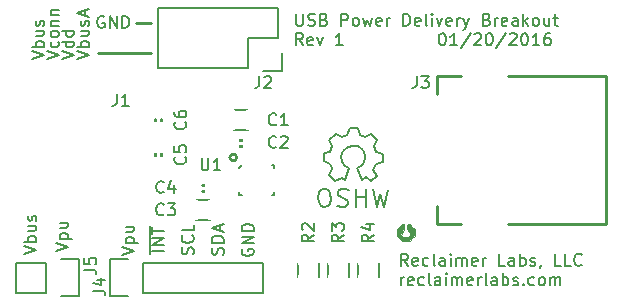
<source format=gto>
G04 #@! TF.FileFunction,Legend,Top*
%FSLAX46Y46*%
G04 Gerber Fmt 4.6, Leading zero omitted, Abs format (unit mm)*
G04 Created by KiCad (PCBNEW 4.0.1-stable) date 1/20/2016 02:09:16*
%MOMM*%
G01*
G04 APERTURE LIST*
%ADD10C,0.254000*%
%ADD11C,0.203200*%
%ADD12C,0.150000*%
%ADD13C,0.100000*%
%ADD14R,1.200000X1.150000*%
%ADD15R,1.100000X1.700000*%
%ADD16R,1.150000X1.200000*%
%ADD17R,2.127200X2.127200*%
%ADD18O,2.127200X2.127200*%
%ADD19R,4.400000X1.400000*%
%ADD20C,2.700000*%
%ADD21R,2.127200X2.432000*%
%ADD22O,2.127200X2.432000*%
%ADD23R,1.700000X1.100000*%
%ADD24R,0.980000X0.700000*%
%ADD25R,0.700000X0.980000*%
%ADD26R,1.850000X1.850000*%
%ADD27R,2.432000X2.432000*%
%ADD28O,2.432000X2.432000*%
%ADD29O,2.300000X1.600000*%
%ADD30O,3.000000X1.700000*%
%ADD31R,1.250000X0.700000*%
%ADD32R,1.250000X0.650000*%
%ADD33O,1.500000X1.950000*%
%ADD34O,1.000000X1.250000*%
%ADD35C,1.000000*%
G04 APERTURE END LIST*
D10*
D11*
X62435619Y-94899238D02*
X63451619Y-94560571D01*
X62435619Y-94221905D01*
X62774286Y-93883238D02*
X63790286Y-93883238D01*
X62822667Y-93883238D02*
X62774286Y-93786476D01*
X62774286Y-93592953D01*
X62822667Y-93496191D01*
X62871048Y-93447810D01*
X62967810Y-93399429D01*
X63258095Y-93399429D01*
X63354857Y-93447810D01*
X63403238Y-93496191D01*
X63451619Y-93592953D01*
X63451619Y-93786476D01*
X63403238Y-93883238D01*
X62774286Y-92528572D02*
X63451619Y-92528572D01*
X62774286Y-92964000D02*
X63306476Y-92964000D01*
X63403238Y-92915619D01*
X63451619Y-92818857D01*
X63451619Y-92673715D01*
X63403238Y-92576953D01*
X63354857Y-92528572D01*
X59768619Y-95153238D02*
X60784619Y-94814571D01*
X59768619Y-94475905D01*
X60784619Y-94137238D02*
X59768619Y-94137238D01*
X60155667Y-94137238D02*
X60107286Y-94040476D01*
X60107286Y-93846953D01*
X60155667Y-93750191D01*
X60204048Y-93701810D01*
X60300810Y-93653429D01*
X60591095Y-93653429D01*
X60687857Y-93701810D01*
X60736238Y-93750191D01*
X60784619Y-93846953D01*
X60784619Y-94040476D01*
X60736238Y-94137238D01*
X60107286Y-92782572D02*
X60784619Y-92782572D01*
X60107286Y-93218000D02*
X60639476Y-93218000D01*
X60736238Y-93169619D01*
X60784619Y-93072857D01*
X60784619Y-92927715D01*
X60736238Y-92830953D01*
X60687857Y-92782572D01*
X60736238Y-92347143D02*
X60784619Y-92250381D01*
X60784619Y-92056857D01*
X60736238Y-91960096D01*
X60639476Y-91911715D01*
X60591095Y-91911715D01*
X60494333Y-91960096D01*
X60445952Y-92056857D01*
X60445952Y-92202000D01*
X60397571Y-92298762D01*
X60300810Y-92347143D01*
X60252429Y-92347143D01*
X60155667Y-92298762D01*
X60107286Y-92202000D01*
X60107286Y-92056857D01*
X60155667Y-91960096D01*
X92262476Y-96166819D02*
X91923810Y-95683010D01*
X91681905Y-96166819D02*
X91681905Y-95150819D01*
X92068952Y-95150819D01*
X92165714Y-95199200D01*
X92214095Y-95247581D01*
X92262476Y-95344343D01*
X92262476Y-95489486D01*
X92214095Y-95586248D01*
X92165714Y-95634629D01*
X92068952Y-95683010D01*
X91681905Y-95683010D01*
X93084952Y-96118438D02*
X92988190Y-96166819D01*
X92794667Y-96166819D01*
X92697905Y-96118438D01*
X92649524Y-96021676D01*
X92649524Y-95634629D01*
X92697905Y-95537867D01*
X92794667Y-95489486D01*
X92988190Y-95489486D01*
X93084952Y-95537867D01*
X93133333Y-95634629D01*
X93133333Y-95731390D01*
X92649524Y-95828152D01*
X94004190Y-96118438D02*
X93907428Y-96166819D01*
X93713905Y-96166819D01*
X93617143Y-96118438D01*
X93568762Y-96070057D01*
X93520381Y-95973295D01*
X93520381Y-95683010D01*
X93568762Y-95586248D01*
X93617143Y-95537867D01*
X93713905Y-95489486D01*
X93907428Y-95489486D01*
X94004190Y-95537867D01*
X94584762Y-96166819D02*
X94488000Y-96118438D01*
X94439619Y-96021676D01*
X94439619Y-95150819D01*
X95407237Y-96166819D02*
X95407237Y-95634629D01*
X95358856Y-95537867D01*
X95262094Y-95489486D01*
X95068571Y-95489486D01*
X94971809Y-95537867D01*
X95407237Y-96118438D02*
X95310475Y-96166819D01*
X95068571Y-96166819D01*
X94971809Y-96118438D01*
X94923428Y-96021676D01*
X94923428Y-95924914D01*
X94971809Y-95828152D01*
X95068571Y-95779771D01*
X95310475Y-95779771D01*
X95407237Y-95731390D01*
X95891047Y-96166819D02*
X95891047Y-95489486D01*
X95891047Y-95150819D02*
X95842666Y-95199200D01*
X95891047Y-95247581D01*
X95939428Y-95199200D01*
X95891047Y-95150819D01*
X95891047Y-95247581D01*
X96374857Y-96166819D02*
X96374857Y-95489486D01*
X96374857Y-95586248D02*
X96423238Y-95537867D01*
X96520000Y-95489486D01*
X96665142Y-95489486D01*
X96761904Y-95537867D01*
X96810285Y-95634629D01*
X96810285Y-96166819D01*
X96810285Y-95634629D02*
X96858666Y-95537867D01*
X96955428Y-95489486D01*
X97100571Y-95489486D01*
X97197333Y-95537867D01*
X97245714Y-95634629D01*
X97245714Y-96166819D01*
X98116571Y-96118438D02*
X98019809Y-96166819D01*
X97826286Y-96166819D01*
X97729524Y-96118438D01*
X97681143Y-96021676D01*
X97681143Y-95634629D01*
X97729524Y-95537867D01*
X97826286Y-95489486D01*
X98019809Y-95489486D01*
X98116571Y-95537867D01*
X98164952Y-95634629D01*
X98164952Y-95731390D01*
X97681143Y-95828152D01*
X98600381Y-96166819D02*
X98600381Y-95489486D01*
X98600381Y-95683010D02*
X98648762Y-95586248D01*
X98697143Y-95537867D01*
X98793905Y-95489486D01*
X98890666Y-95489486D01*
X100487237Y-96166819D02*
X100003428Y-96166819D01*
X100003428Y-95150819D01*
X101261332Y-96166819D02*
X101261332Y-95634629D01*
X101212951Y-95537867D01*
X101116189Y-95489486D01*
X100922666Y-95489486D01*
X100825904Y-95537867D01*
X101261332Y-96118438D02*
X101164570Y-96166819D01*
X100922666Y-96166819D01*
X100825904Y-96118438D01*
X100777523Y-96021676D01*
X100777523Y-95924914D01*
X100825904Y-95828152D01*
X100922666Y-95779771D01*
X101164570Y-95779771D01*
X101261332Y-95731390D01*
X101745142Y-96166819D02*
X101745142Y-95150819D01*
X101745142Y-95537867D02*
X101841904Y-95489486D01*
X102035427Y-95489486D01*
X102132189Y-95537867D01*
X102180570Y-95586248D01*
X102228951Y-95683010D01*
X102228951Y-95973295D01*
X102180570Y-96070057D01*
X102132189Y-96118438D01*
X102035427Y-96166819D01*
X101841904Y-96166819D01*
X101745142Y-96118438D01*
X102615999Y-96118438D02*
X102712761Y-96166819D01*
X102906285Y-96166819D01*
X103003046Y-96118438D01*
X103051427Y-96021676D01*
X103051427Y-95973295D01*
X103003046Y-95876533D01*
X102906285Y-95828152D01*
X102761142Y-95828152D01*
X102664380Y-95779771D01*
X102615999Y-95683010D01*
X102615999Y-95634629D01*
X102664380Y-95537867D01*
X102761142Y-95489486D01*
X102906285Y-95489486D01*
X103003046Y-95537867D01*
X103535237Y-96118438D02*
X103535237Y-96166819D01*
X103486856Y-96263581D01*
X103438475Y-96311962D01*
X105228570Y-96166819D02*
X104744761Y-96166819D01*
X104744761Y-95150819D01*
X106051046Y-96166819D02*
X105567237Y-96166819D01*
X105567237Y-95150819D01*
X106970284Y-96070057D02*
X106921903Y-96118438D01*
X106776760Y-96166819D01*
X106679998Y-96166819D01*
X106534856Y-96118438D01*
X106438094Y-96021676D01*
X106389713Y-95924914D01*
X106341332Y-95731390D01*
X106341332Y-95586248D01*
X106389713Y-95392724D01*
X106438094Y-95295962D01*
X106534856Y-95199200D01*
X106679998Y-95150819D01*
X106776760Y-95150819D01*
X106921903Y-95199200D01*
X106970284Y-95247581D01*
X91681905Y-97792419D02*
X91681905Y-97115086D01*
X91681905Y-97308610D02*
X91730286Y-97211848D01*
X91778667Y-97163467D01*
X91875429Y-97115086D01*
X91972190Y-97115086D01*
X92697904Y-97744038D02*
X92601142Y-97792419D01*
X92407619Y-97792419D01*
X92310857Y-97744038D01*
X92262476Y-97647276D01*
X92262476Y-97260229D01*
X92310857Y-97163467D01*
X92407619Y-97115086D01*
X92601142Y-97115086D01*
X92697904Y-97163467D01*
X92746285Y-97260229D01*
X92746285Y-97356990D01*
X92262476Y-97453752D01*
X93617142Y-97744038D02*
X93520380Y-97792419D01*
X93326857Y-97792419D01*
X93230095Y-97744038D01*
X93181714Y-97695657D01*
X93133333Y-97598895D01*
X93133333Y-97308610D01*
X93181714Y-97211848D01*
X93230095Y-97163467D01*
X93326857Y-97115086D01*
X93520380Y-97115086D01*
X93617142Y-97163467D01*
X94197714Y-97792419D02*
X94100952Y-97744038D01*
X94052571Y-97647276D01*
X94052571Y-96776419D01*
X95020189Y-97792419D02*
X95020189Y-97260229D01*
X94971808Y-97163467D01*
X94875046Y-97115086D01*
X94681523Y-97115086D01*
X94584761Y-97163467D01*
X95020189Y-97744038D02*
X94923427Y-97792419D01*
X94681523Y-97792419D01*
X94584761Y-97744038D01*
X94536380Y-97647276D01*
X94536380Y-97550514D01*
X94584761Y-97453752D01*
X94681523Y-97405371D01*
X94923427Y-97405371D01*
X95020189Y-97356990D01*
X95503999Y-97792419D02*
X95503999Y-97115086D01*
X95503999Y-96776419D02*
X95455618Y-96824800D01*
X95503999Y-96873181D01*
X95552380Y-96824800D01*
X95503999Y-96776419D01*
X95503999Y-96873181D01*
X95987809Y-97792419D02*
X95987809Y-97115086D01*
X95987809Y-97211848D02*
X96036190Y-97163467D01*
X96132952Y-97115086D01*
X96278094Y-97115086D01*
X96374856Y-97163467D01*
X96423237Y-97260229D01*
X96423237Y-97792419D01*
X96423237Y-97260229D02*
X96471618Y-97163467D01*
X96568380Y-97115086D01*
X96713523Y-97115086D01*
X96810285Y-97163467D01*
X96858666Y-97260229D01*
X96858666Y-97792419D01*
X97729523Y-97744038D02*
X97632761Y-97792419D01*
X97439238Y-97792419D01*
X97342476Y-97744038D01*
X97294095Y-97647276D01*
X97294095Y-97260229D01*
X97342476Y-97163467D01*
X97439238Y-97115086D01*
X97632761Y-97115086D01*
X97729523Y-97163467D01*
X97777904Y-97260229D01*
X97777904Y-97356990D01*
X97294095Y-97453752D01*
X98213333Y-97792419D02*
X98213333Y-97115086D01*
X98213333Y-97308610D02*
X98261714Y-97211848D01*
X98310095Y-97163467D01*
X98406857Y-97115086D01*
X98503618Y-97115086D01*
X98987428Y-97792419D02*
X98890666Y-97744038D01*
X98842285Y-97647276D01*
X98842285Y-96776419D01*
X99809903Y-97792419D02*
X99809903Y-97260229D01*
X99761522Y-97163467D01*
X99664760Y-97115086D01*
X99471237Y-97115086D01*
X99374475Y-97163467D01*
X99809903Y-97744038D02*
X99713141Y-97792419D01*
X99471237Y-97792419D01*
X99374475Y-97744038D01*
X99326094Y-97647276D01*
X99326094Y-97550514D01*
X99374475Y-97453752D01*
X99471237Y-97405371D01*
X99713141Y-97405371D01*
X99809903Y-97356990D01*
X100293713Y-97792419D02*
X100293713Y-96776419D01*
X100293713Y-97163467D02*
X100390475Y-97115086D01*
X100583998Y-97115086D01*
X100680760Y-97163467D01*
X100729141Y-97211848D01*
X100777522Y-97308610D01*
X100777522Y-97598895D01*
X100729141Y-97695657D01*
X100680760Y-97744038D01*
X100583998Y-97792419D01*
X100390475Y-97792419D01*
X100293713Y-97744038D01*
X101164570Y-97744038D02*
X101261332Y-97792419D01*
X101454856Y-97792419D01*
X101551617Y-97744038D01*
X101599998Y-97647276D01*
X101599998Y-97598895D01*
X101551617Y-97502133D01*
X101454856Y-97453752D01*
X101309713Y-97453752D01*
X101212951Y-97405371D01*
X101164570Y-97308610D01*
X101164570Y-97260229D01*
X101212951Y-97163467D01*
X101309713Y-97115086D01*
X101454856Y-97115086D01*
X101551617Y-97163467D01*
X102035427Y-97695657D02*
X102083808Y-97744038D01*
X102035427Y-97792419D01*
X101987046Y-97744038D01*
X102035427Y-97695657D01*
X102035427Y-97792419D01*
X102954665Y-97744038D02*
X102857903Y-97792419D01*
X102664380Y-97792419D01*
X102567618Y-97744038D01*
X102519237Y-97695657D01*
X102470856Y-97598895D01*
X102470856Y-97308610D01*
X102519237Y-97211848D01*
X102567618Y-97163467D01*
X102664380Y-97115086D01*
X102857903Y-97115086D01*
X102954665Y-97163467D01*
X103535237Y-97792419D02*
X103438475Y-97744038D01*
X103390094Y-97695657D01*
X103341713Y-97598895D01*
X103341713Y-97308610D01*
X103390094Y-97211848D01*
X103438475Y-97163467D01*
X103535237Y-97115086D01*
X103680379Y-97115086D01*
X103777141Y-97163467D01*
X103825522Y-97211848D01*
X103873903Y-97308610D01*
X103873903Y-97598895D01*
X103825522Y-97695657D01*
X103777141Y-97744038D01*
X103680379Y-97792419D01*
X103535237Y-97792419D01*
X104309332Y-97792419D02*
X104309332Y-97115086D01*
X104309332Y-97211848D02*
X104357713Y-97163467D01*
X104454475Y-97115086D01*
X104599617Y-97115086D01*
X104696379Y-97163467D01*
X104744760Y-97260229D01*
X104744760Y-97792419D01*
X104744760Y-97260229D02*
X104793141Y-97163467D01*
X104889903Y-97115086D01*
X105035046Y-97115086D01*
X105131808Y-97163467D01*
X105180189Y-97260229D01*
X105180189Y-97792419D01*
X82791905Y-74830819D02*
X82791905Y-75653295D01*
X82840286Y-75750057D01*
X82888667Y-75798438D01*
X82985429Y-75846819D01*
X83178952Y-75846819D01*
X83275714Y-75798438D01*
X83324095Y-75750057D01*
X83372476Y-75653295D01*
X83372476Y-74830819D01*
X83807905Y-75798438D02*
X83953048Y-75846819D01*
X84194952Y-75846819D01*
X84291714Y-75798438D01*
X84340095Y-75750057D01*
X84388476Y-75653295D01*
X84388476Y-75556533D01*
X84340095Y-75459771D01*
X84291714Y-75411390D01*
X84194952Y-75363010D01*
X84001429Y-75314629D01*
X83904667Y-75266248D01*
X83856286Y-75217867D01*
X83807905Y-75121105D01*
X83807905Y-75024343D01*
X83856286Y-74927581D01*
X83904667Y-74879200D01*
X84001429Y-74830819D01*
X84243333Y-74830819D01*
X84388476Y-74879200D01*
X85162571Y-75314629D02*
X85307714Y-75363010D01*
X85356095Y-75411390D01*
X85404476Y-75508152D01*
X85404476Y-75653295D01*
X85356095Y-75750057D01*
X85307714Y-75798438D01*
X85210952Y-75846819D01*
X84823905Y-75846819D01*
X84823905Y-74830819D01*
X85162571Y-74830819D01*
X85259333Y-74879200D01*
X85307714Y-74927581D01*
X85356095Y-75024343D01*
X85356095Y-75121105D01*
X85307714Y-75217867D01*
X85259333Y-75266248D01*
X85162571Y-75314629D01*
X84823905Y-75314629D01*
X86614000Y-75846819D02*
X86614000Y-74830819D01*
X87001047Y-74830819D01*
X87097809Y-74879200D01*
X87146190Y-74927581D01*
X87194571Y-75024343D01*
X87194571Y-75169486D01*
X87146190Y-75266248D01*
X87097809Y-75314629D01*
X87001047Y-75363010D01*
X86614000Y-75363010D01*
X87775143Y-75846819D02*
X87678381Y-75798438D01*
X87630000Y-75750057D01*
X87581619Y-75653295D01*
X87581619Y-75363010D01*
X87630000Y-75266248D01*
X87678381Y-75217867D01*
X87775143Y-75169486D01*
X87920285Y-75169486D01*
X88017047Y-75217867D01*
X88065428Y-75266248D01*
X88113809Y-75363010D01*
X88113809Y-75653295D01*
X88065428Y-75750057D01*
X88017047Y-75798438D01*
X87920285Y-75846819D01*
X87775143Y-75846819D01*
X88452476Y-75169486D02*
X88646000Y-75846819D01*
X88839523Y-75363010D01*
X89033047Y-75846819D01*
X89226571Y-75169486D01*
X90000666Y-75798438D02*
X89903904Y-75846819D01*
X89710381Y-75846819D01*
X89613619Y-75798438D01*
X89565238Y-75701676D01*
X89565238Y-75314629D01*
X89613619Y-75217867D01*
X89710381Y-75169486D01*
X89903904Y-75169486D01*
X90000666Y-75217867D01*
X90049047Y-75314629D01*
X90049047Y-75411390D01*
X89565238Y-75508152D01*
X90484476Y-75846819D02*
X90484476Y-75169486D01*
X90484476Y-75363010D02*
X90532857Y-75266248D01*
X90581238Y-75217867D01*
X90678000Y-75169486D01*
X90774761Y-75169486D01*
X91887523Y-75846819D02*
X91887523Y-74830819D01*
X92129428Y-74830819D01*
X92274570Y-74879200D01*
X92371332Y-74975962D01*
X92419713Y-75072724D01*
X92468094Y-75266248D01*
X92468094Y-75411390D01*
X92419713Y-75604914D01*
X92371332Y-75701676D01*
X92274570Y-75798438D01*
X92129428Y-75846819D01*
X91887523Y-75846819D01*
X93290570Y-75798438D02*
X93193808Y-75846819D01*
X93000285Y-75846819D01*
X92903523Y-75798438D01*
X92855142Y-75701676D01*
X92855142Y-75314629D01*
X92903523Y-75217867D01*
X93000285Y-75169486D01*
X93193808Y-75169486D01*
X93290570Y-75217867D01*
X93338951Y-75314629D01*
X93338951Y-75411390D01*
X92855142Y-75508152D01*
X93919523Y-75846819D02*
X93822761Y-75798438D01*
X93774380Y-75701676D01*
X93774380Y-74830819D01*
X94306570Y-75846819D02*
X94306570Y-75169486D01*
X94306570Y-74830819D02*
X94258189Y-74879200D01*
X94306570Y-74927581D01*
X94354951Y-74879200D01*
X94306570Y-74830819D01*
X94306570Y-74927581D01*
X94693618Y-75169486D02*
X94935523Y-75846819D01*
X95177427Y-75169486D01*
X95951522Y-75798438D02*
X95854760Y-75846819D01*
X95661237Y-75846819D01*
X95564475Y-75798438D01*
X95516094Y-75701676D01*
X95516094Y-75314629D01*
X95564475Y-75217867D01*
X95661237Y-75169486D01*
X95854760Y-75169486D01*
X95951522Y-75217867D01*
X95999903Y-75314629D01*
X95999903Y-75411390D01*
X95516094Y-75508152D01*
X96435332Y-75846819D02*
X96435332Y-75169486D01*
X96435332Y-75363010D02*
X96483713Y-75266248D01*
X96532094Y-75217867D01*
X96628856Y-75169486D01*
X96725617Y-75169486D01*
X96967522Y-75169486D02*
X97209427Y-75846819D01*
X97451331Y-75169486D02*
X97209427Y-75846819D01*
X97112665Y-76088724D01*
X97064284Y-76137105D01*
X96967522Y-76185486D01*
X98951140Y-75314629D02*
X99096283Y-75363010D01*
X99144664Y-75411390D01*
X99193045Y-75508152D01*
X99193045Y-75653295D01*
X99144664Y-75750057D01*
X99096283Y-75798438D01*
X98999521Y-75846819D01*
X98612474Y-75846819D01*
X98612474Y-74830819D01*
X98951140Y-74830819D01*
X99047902Y-74879200D01*
X99096283Y-74927581D01*
X99144664Y-75024343D01*
X99144664Y-75121105D01*
X99096283Y-75217867D01*
X99047902Y-75266248D01*
X98951140Y-75314629D01*
X98612474Y-75314629D01*
X99628474Y-75846819D02*
X99628474Y-75169486D01*
X99628474Y-75363010D02*
X99676855Y-75266248D01*
X99725236Y-75217867D01*
X99821998Y-75169486D01*
X99918759Y-75169486D01*
X100644473Y-75798438D02*
X100547711Y-75846819D01*
X100354188Y-75846819D01*
X100257426Y-75798438D01*
X100209045Y-75701676D01*
X100209045Y-75314629D01*
X100257426Y-75217867D01*
X100354188Y-75169486D01*
X100547711Y-75169486D01*
X100644473Y-75217867D01*
X100692854Y-75314629D01*
X100692854Y-75411390D01*
X100209045Y-75508152D01*
X101563711Y-75846819D02*
X101563711Y-75314629D01*
X101515330Y-75217867D01*
X101418568Y-75169486D01*
X101225045Y-75169486D01*
X101128283Y-75217867D01*
X101563711Y-75798438D02*
X101466949Y-75846819D01*
X101225045Y-75846819D01*
X101128283Y-75798438D01*
X101079902Y-75701676D01*
X101079902Y-75604914D01*
X101128283Y-75508152D01*
X101225045Y-75459771D01*
X101466949Y-75459771D01*
X101563711Y-75411390D01*
X102047521Y-75846819D02*
X102047521Y-74830819D01*
X102144283Y-75459771D02*
X102434568Y-75846819D01*
X102434568Y-75169486D02*
X102047521Y-75556533D01*
X103015140Y-75846819D02*
X102918378Y-75798438D01*
X102869997Y-75750057D01*
X102821616Y-75653295D01*
X102821616Y-75363010D01*
X102869997Y-75266248D01*
X102918378Y-75217867D01*
X103015140Y-75169486D01*
X103160282Y-75169486D01*
X103257044Y-75217867D01*
X103305425Y-75266248D01*
X103353806Y-75363010D01*
X103353806Y-75653295D01*
X103305425Y-75750057D01*
X103257044Y-75798438D01*
X103160282Y-75846819D01*
X103015140Y-75846819D01*
X104224663Y-75169486D02*
X104224663Y-75846819D01*
X103789235Y-75169486D02*
X103789235Y-75701676D01*
X103837616Y-75798438D01*
X103934378Y-75846819D01*
X104079520Y-75846819D01*
X104176282Y-75798438D01*
X104224663Y-75750057D01*
X104563330Y-75169486D02*
X104950378Y-75169486D01*
X104708473Y-74830819D02*
X104708473Y-75701676D01*
X104756854Y-75798438D01*
X104853616Y-75846819D01*
X104950378Y-75846819D01*
X83372476Y-77472419D02*
X83033810Y-76988610D01*
X82791905Y-77472419D02*
X82791905Y-76456419D01*
X83178952Y-76456419D01*
X83275714Y-76504800D01*
X83324095Y-76553181D01*
X83372476Y-76649943D01*
X83372476Y-76795086D01*
X83324095Y-76891848D01*
X83275714Y-76940229D01*
X83178952Y-76988610D01*
X82791905Y-76988610D01*
X84194952Y-77424038D02*
X84098190Y-77472419D01*
X83904667Y-77472419D01*
X83807905Y-77424038D01*
X83759524Y-77327276D01*
X83759524Y-76940229D01*
X83807905Y-76843467D01*
X83904667Y-76795086D01*
X84098190Y-76795086D01*
X84194952Y-76843467D01*
X84243333Y-76940229D01*
X84243333Y-77036990D01*
X83759524Y-77133752D01*
X84582000Y-76795086D02*
X84823905Y-77472419D01*
X85065809Y-76795086D01*
X86759142Y-77472419D02*
X86178571Y-77472419D01*
X86468857Y-77472419D02*
X86468857Y-76456419D01*
X86372095Y-76601562D01*
X86275333Y-76698324D01*
X86178571Y-76746705D01*
X95129045Y-76456419D02*
X95225806Y-76456419D01*
X95322568Y-76504800D01*
X95370949Y-76553181D01*
X95419330Y-76649943D01*
X95467711Y-76843467D01*
X95467711Y-77085371D01*
X95419330Y-77278895D01*
X95370949Y-77375657D01*
X95322568Y-77424038D01*
X95225806Y-77472419D01*
X95129045Y-77472419D01*
X95032283Y-77424038D01*
X94983902Y-77375657D01*
X94935521Y-77278895D01*
X94887140Y-77085371D01*
X94887140Y-76843467D01*
X94935521Y-76649943D01*
X94983902Y-76553181D01*
X95032283Y-76504800D01*
X95129045Y-76456419D01*
X96435330Y-77472419D02*
X95854759Y-77472419D01*
X96145045Y-77472419D02*
X96145045Y-76456419D01*
X96048283Y-76601562D01*
X95951521Y-76698324D01*
X95854759Y-76746705D01*
X97596473Y-76408038D02*
X96725616Y-77714324D01*
X97886759Y-76553181D02*
X97935140Y-76504800D01*
X98031902Y-76456419D01*
X98273806Y-76456419D01*
X98370568Y-76504800D01*
X98418949Y-76553181D01*
X98467330Y-76649943D01*
X98467330Y-76746705D01*
X98418949Y-76891848D01*
X97838378Y-77472419D01*
X98467330Y-77472419D01*
X99096283Y-76456419D02*
X99193044Y-76456419D01*
X99289806Y-76504800D01*
X99338187Y-76553181D01*
X99386568Y-76649943D01*
X99434949Y-76843467D01*
X99434949Y-77085371D01*
X99386568Y-77278895D01*
X99338187Y-77375657D01*
X99289806Y-77424038D01*
X99193044Y-77472419D01*
X99096283Y-77472419D01*
X98999521Y-77424038D01*
X98951140Y-77375657D01*
X98902759Y-77278895D01*
X98854378Y-77085371D01*
X98854378Y-76843467D01*
X98902759Y-76649943D01*
X98951140Y-76553181D01*
X98999521Y-76504800D01*
X99096283Y-76456419D01*
X100596092Y-76408038D02*
X99725235Y-77714324D01*
X100886378Y-76553181D02*
X100934759Y-76504800D01*
X101031521Y-76456419D01*
X101273425Y-76456419D01*
X101370187Y-76504800D01*
X101418568Y-76553181D01*
X101466949Y-76649943D01*
X101466949Y-76746705D01*
X101418568Y-76891848D01*
X100837997Y-77472419D01*
X101466949Y-77472419D01*
X102095902Y-76456419D02*
X102192663Y-76456419D01*
X102289425Y-76504800D01*
X102337806Y-76553181D01*
X102386187Y-76649943D01*
X102434568Y-76843467D01*
X102434568Y-77085371D01*
X102386187Y-77278895D01*
X102337806Y-77375657D01*
X102289425Y-77424038D01*
X102192663Y-77472419D01*
X102095902Y-77472419D01*
X101999140Y-77424038D01*
X101950759Y-77375657D01*
X101902378Y-77278895D01*
X101853997Y-77085371D01*
X101853997Y-76843467D01*
X101902378Y-76649943D01*
X101950759Y-76553181D01*
X101999140Y-76504800D01*
X102095902Y-76456419D01*
X103402187Y-77472419D02*
X102821616Y-77472419D01*
X103111902Y-77472419D02*
X103111902Y-76456419D01*
X103015140Y-76601562D01*
X102918378Y-76698324D01*
X102821616Y-76746705D01*
X104273044Y-76456419D02*
X104079521Y-76456419D01*
X103982759Y-76504800D01*
X103934378Y-76553181D01*
X103837616Y-76698324D01*
X103789235Y-76891848D01*
X103789235Y-77278895D01*
X103837616Y-77375657D01*
X103885997Y-77424038D01*
X103982759Y-77472419D01*
X104176282Y-77472419D01*
X104273044Y-77424038D01*
X104321425Y-77375657D01*
X104369806Y-77278895D01*
X104369806Y-77036990D01*
X104321425Y-76940229D01*
X104273044Y-76891848D01*
X104176282Y-76843467D01*
X103982759Y-76843467D01*
X103885997Y-76891848D01*
X103837616Y-76940229D01*
X103789235Y-77036990D01*
D10*
X70485000Y-75565000D02*
X69215000Y-75565000D01*
X70485000Y-78105000D02*
X66040000Y-78105000D01*
D11*
X66535905Y-75057000D02*
X66439143Y-75008619D01*
X66294000Y-75008619D01*
X66148858Y-75057000D01*
X66052096Y-75153762D01*
X66003715Y-75250524D01*
X65955334Y-75444048D01*
X65955334Y-75589190D01*
X66003715Y-75782714D01*
X66052096Y-75879476D01*
X66148858Y-75976238D01*
X66294000Y-76024619D01*
X66390762Y-76024619D01*
X66535905Y-75976238D01*
X66584286Y-75927857D01*
X66584286Y-75589190D01*
X66390762Y-75589190D01*
X67019715Y-76024619D02*
X67019715Y-75008619D01*
X67600286Y-76024619D01*
X67600286Y-75008619D01*
X68084096Y-76024619D02*
X68084096Y-75008619D01*
X68326001Y-75008619D01*
X68471143Y-75057000D01*
X68567905Y-75153762D01*
X68616286Y-75250524D01*
X68664667Y-75444048D01*
X68664667Y-75589190D01*
X68616286Y-75782714D01*
X68567905Y-75879476D01*
X68471143Y-75976238D01*
X68326001Y-76024619D01*
X68084096Y-76024619D01*
X64213619Y-78643238D02*
X65229619Y-78304571D01*
X64213619Y-77965905D01*
X65229619Y-77627238D02*
X64213619Y-77627238D01*
X64600667Y-77627238D02*
X64552286Y-77530476D01*
X64552286Y-77336953D01*
X64600667Y-77240191D01*
X64649048Y-77191810D01*
X64745810Y-77143429D01*
X65036095Y-77143429D01*
X65132857Y-77191810D01*
X65181238Y-77240191D01*
X65229619Y-77336953D01*
X65229619Y-77530476D01*
X65181238Y-77627238D01*
X64552286Y-76272572D02*
X65229619Y-76272572D01*
X64552286Y-76708000D02*
X65084476Y-76708000D01*
X65181238Y-76659619D01*
X65229619Y-76562857D01*
X65229619Y-76417715D01*
X65181238Y-76320953D01*
X65132857Y-76272572D01*
X65181238Y-75837143D02*
X65229619Y-75740381D01*
X65229619Y-75546857D01*
X65181238Y-75450096D01*
X65084476Y-75401715D01*
X65036095Y-75401715D01*
X64939333Y-75450096D01*
X64890952Y-75546857D01*
X64890952Y-75692000D01*
X64842571Y-75788762D01*
X64745810Y-75837143D01*
X64697429Y-75837143D01*
X64600667Y-75788762D01*
X64552286Y-75692000D01*
X64552286Y-75546857D01*
X64600667Y-75450096D01*
X64939333Y-75014667D02*
X64939333Y-74530858D01*
X65229619Y-75111429D02*
X64213619Y-74772762D01*
X65229619Y-74434096D01*
X62943619Y-78643238D02*
X63959619Y-78304571D01*
X62943619Y-77965905D01*
X63959619Y-77191810D02*
X62943619Y-77191810D01*
X63911238Y-77191810D02*
X63959619Y-77288572D01*
X63959619Y-77482095D01*
X63911238Y-77578857D01*
X63862857Y-77627238D01*
X63766095Y-77675619D01*
X63475810Y-77675619D01*
X63379048Y-77627238D01*
X63330667Y-77578857D01*
X63282286Y-77482095D01*
X63282286Y-77288572D01*
X63330667Y-77191810D01*
X63959619Y-76272572D02*
X62943619Y-76272572D01*
X63911238Y-76272572D02*
X63959619Y-76369334D01*
X63959619Y-76562857D01*
X63911238Y-76659619D01*
X63862857Y-76708000D01*
X63766095Y-76756381D01*
X63475810Y-76756381D01*
X63379048Y-76708000D01*
X63330667Y-76659619D01*
X63282286Y-76562857D01*
X63282286Y-76369334D01*
X63330667Y-76272572D01*
X61673619Y-78643238D02*
X62689619Y-78304571D01*
X61673619Y-77965905D01*
X62641238Y-77191810D02*
X62689619Y-77288572D01*
X62689619Y-77482095D01*
X62641238Y-77578857D01*
X62592857Y-77627238D01*
X62496095Y-77675619D01*
X62205810Y-77675619D01*
X62109048Y-77627238D01*
X62060667Y-77578857D01*
X62012286Y-77482095D01*
X62012286Y-77288572D01*
X62060667Y-77191810D01*
X62689619Y-76611238D02*
X62641238Y-76708000D01*
X62592857Y-76756381D01*
X62496095Y-76804762D01*
X62205810Y-76804762D01*
X62109048Y-76756381D01*
X62060667Y-76708000D01*
X62012286Y-76611238D01*
X62012286Y-76466096D01*
X62060667Y-76369334D01*
X62109048Y-76320953D01*
X62205810Y-76272572D01*
X62496095Y-76272572D01*
X62592857Y-76320953D01*
X62641238Y-76369334D01*
X62689619Y-76466096D01*
X62689619Y-76611238D01*
X62012286Y-75837143D02*
X62689619Y-75837143D01*
X62109048Y-75837143D02*
X62060667Y-75788762D01*
X62012286Y-75692000D01*
X62012286Y-75546858D01*
X62060667Y-75450096D01*
X62157429Y-75401715D01*
X62689619Y-75401715D01*
X62012286Y-74917905D02*
X62689619Y-74917905D01*
X62109048Y-74917905D02*
X62060667Y-74869524D01*
X62012286Y-74772762D01*
X62012286Y-74627620D01*
X62060667Y-74530858D01*
X62157429Y-74482477D01*
X62689619Y-74482477D01*
X60403619Y-78643238D02*
X61419619Y-78304571D01*
X60403619Y-77965905D01*
X61419619Y-77627238D02*
X60403619Y-77627238D01*
X60790667Y-77627238D02*
X60742286Y-77530476D01*
X60742286Y-77336953D01*
X60790667Y-77240191D01*
X60839048Y-77191810D01*
X60935810Y-77143429D01*
X61226095Y-77143429D01*
X61322857Y-77191810D01*
X61371238Y-77240191D01*
X61419619Y-77336953D01*
X61419619Y-77530476D01*
X61371238Y-77627238D01*
X60742286Y-76272572D02*
X61419619Y-76272572D01*
X60742286Y-76708000D02*
X61274476Y-76708000D01*
X61371238Y-76659619D01*
X61419619Y-76562857D01*
X61419619Y-76417715D01*
X61371238Y-76320953D01*
X61322857Y-76272572D01*
X61371238Y-75837143D02*
X61419619Y-75740381D01*
X61419619Y-75546857D01*
X61371238Y-75450096D01*
X61274476Y-75401715D01*
X61226095Y-75401715D01*
X61129333Y-75450096D01*
X61080952Y-75546857D01*
X61080952Y-75692000D01*
X61032571Y-75788762D01*
X60935810Y-75837143D01*
X60887429Y-75837143D01*
X60790667Y-75788762D01*
X60742286Y-75692000D01*
X60742286Y-75546857D01*
X60790667Y-75450096D01*
D10*
X77753981Y-86995000D02*
G75*
G03X77753981Y-86995000I-283981J0D01*
G01*
D11*
X78232000Y-94754095D02*
X78183619Y-94850857D01*
X78183619Y-94996000D01*
X78232000Y-95141142D01*
X78328762Y-95237904D01*
X78425524Y-95286285D01*
X78619048Y-95334666D01*
X78764190Y-95334666D01*
X78957714Y-95286285D01*
X79054476Y-95237904D01*
X79151238Y-95141142D01*
X79199619Y-94996000D01*
X79199619Y-94899238D01*
X79151238Y-94754095D01*
X79102857Y-94705714D01*
X78764190Y-94705714D01*
X78764190Y-94899238D01*
X79199619Y-94270285D02*
X78183619Y-94270285D01*
X79199619Y-93689714D01*
X78183619Y-93689714D01*
X79199619Y-93205904D02*
X78183619Y-93205904D01*
X78183619Y-92963999D01*
X78232000Y-92818857D01*
X78328762Y-92722095D01*
X78425524Y-92673714D01*
X78619048Y-92625333D01*
X78764190Y-92625333D01*
X78957714Y-92673714D01*
X79054476Y-92722095D01*
X79151238Y-92818857D01*
X79199619Y-92963999D01*
X79199619Y-93205904D01*
X74071238Y-95189523D02*
X74119619Y-95044380D01*
X74119619Y-94802476D01*
X74071238Y-94705714D01*
X74022857Y-94657333D01*
X73926095Y-94608952D01*
X73829333Y-94608952D01*
X73732571Y-94657333D01*
X73684190Y-94705714D01*
X73635810Y-94802476D01*
X73587429Y-94995999D01*
X73539048Y-95092761D01*
X73490667Y-95141142D01*
X73393905Y-95189523D01*
X73297143Y-95189523D01*
X73200381Y-95141142D01*
X73152000Y-95092761D01*
X73103619Y-94995999D01*
X73103619Y-94754095D01*
X73152000Y-94608952D01*
X74022857Y-93592952D02*
X74071238Y-93641333D01*
X74119619Y-93786476D01*
X74119619Y-93883238D01*
X74071238Y-94028380D01*
X73974476Y-94125142D01*
X73877714Y-94173523D01*
X73684190Y-94221904D01*
X73539048Y-94221904D01*
X73345524Y-94173523D01*
X73248762Y-94125142D01*
X73152000Y-94028380D01*
X73103619Y-93883238D01*
X73103619Y-93786476D01*
X73152000Y-93641333D01*
X73200381Y-93592952D01*
X74119619Y-92673714D02*
X74119619Y-93157523D01*
X73103619Y-93157523D01*
X76611238Y-95213714D02*
X76659619Y-95068571D01*
X76659619Y-94826667D01*
X76611238Y-94729905D01*
X76562857Y-94681524D01*
X76466095Y-94633143D01*
X76369333Y-94633143D01*
X76272571Y-94681524D01*
X76224190Y-94729905D01*
X76175810Y-94826667D01*
X76127429Y-95020190D01*
X76079048Y-95116952D01*
X76030667Y-95165333D01*
X75933905Y-95213714D01*
X75837143Y-95213714D01*
X75740381Y-95165333D01*
X75692000Y-95116952D01*
X75643619Y-95020190D01*
X75643619Y-94778286D01*
X75692000Y-94633143D01*
X76659619Y-94197714D02*
X75643619Y-94197714D01*
X75643619Y-93955809D01*
X75692000Y-93810667D01*
X75788762Y-93713905D01*
X75885524Y-93665524D01*
X76079048Y-93617143D01*
X76224190Y-93617143D01*
X76417714Y-93665524D01*
X76514476Y-93713905D01*
X76611238Y-93810667D01*
X76659619Y-93955809D01*
X76659619Y-94197714D01*
X76369333Y-93230095D02*
X76369333Y-92746286D01*
X76659619Y-93326857D02*
X75643619Y-92988190D01*
X76659619Y-92649524D01*
X71579619Y-94899238D02*
X70563619Y-94899238D01*
X71579619Y-94415428D02*
X70563619Y-94415428D01*
X71579619Y-93834857D01*
X70563619Y-93834857D01*
X70563619Y-93496190D02*
X70563619Y-92915619D01*
X71579619Y-93205904D02*
X70563619Y-93205904D01*
X70388480Y-95141143D02*
X70388480Y-92818857D01*
X68023619Y-95237904D02*
X69039619Y-94899237D01*
X68023619Y-94560571D01*
X68362286Y-94221904D02*
X69378286Y-94221904D01*
X68410667Y-94221904D02*
X68362286Y-94125142D01*
X68362286Y-93931619D01*
X68410667Y-93834857D01*
X68459048Y-93786476D01*
X68555810Y-93738095D01*
X68846095Y-93738095D01*
X68942857Y-93786476D01*
X68991238Y-93834857D01*
X69039619Y-93931619D01*
X69039619Y-94125142D01*
X68991238Y-94221904D01*
X68362286Y-92867238D02*
X69039619Y-92867238D01*
X68362286Y-93302666D02*
X68894476Y-93302666D01*
X68991238Y-93254285D01*
X69039619Y-93157523D01*
X69039619Y-93012381D01*
X68991238Y-92915619D01*
X68942857Y-92867238D01*
D10*
X78232000Y-85471000D02*
X77978000Y-85471000D01*
X78232000Y-85979000D02*
X77978000Y-85979000D01*
D12*
X74330000Y-90565000D02*
X75530000Y-90565000D01*
X75530000Y-92315000D02*
X74330000Y-92315000D01*
D10*
X75057000Y-89281000D02*
X74803000Y-89281000D01*
X75057000Y-89789000D02*
X74803000Y-89789000D01*
X70866000Y-86631780D02*
X70866000Y-86885780D01*
X71374000Y-86631780D02*
X71374000Y-86885780D01*
X71374000Y-83947000D02*
X71374000Y-83693000D01*
X70866000Y-83947000D02*
X70866000Y-83693000D01*
D12*
X78740000Y-79375000D02*
X71120000Y-79375000D01*
X71120000Y-79375000D02*
X71120000Y-74295000D01*
X71120000Y-74295000D02*
X81280000Y-74295000D01*
X81280000Y-74295000D02*
X81280000Y-76835000D01*
X80010000Y-79655000D02*
X81560000Y-79655000D01*
X81280000Y-76835000D02*
X78740000Y-76835000D01*
X78740000Y-76835000D02*
X78740000Y-79375000D01*
X81560000Y-79655000D02*
X81560000Y-78105000D01*
D10*
X94720000Y-91110000D02*
X94720000Y-92610000D01*
X94720000Y-92610000D02*
X96720000Y-92610000D01*
X96720000Y-80110000D02*
X94720000Y-80110000D01*
X94720000Y-80110000D02*
X94720000Y-81610000D01*
X109020000Y-80110000D02*
X100720000Y-80110000D01*
X100720000Y-92610000D02*
X109020000Y-92610000D01*
X109020000Y-80110000D02*
X109020000Y-92610000D01*
D12*
X69850000Y-98425000D02*
X80010000Y-98425000D01*
X80010000Y-98425000D02*
X80010000Y-95885000D01*
X80010000Y-95885000D02*
X69850000Y-95885000D01*
X67030000Y-98705000D02*
X68580000Y-98705000D01*
X69850000Y-98425000D02*
X69850000Y-95885000D01*
X68580000Y-95605000D02*
X67030000Y-95605000D01*
X67030000Y-95605000D02*
X67030000Y-98705000D01*
X84695000Y-95920000D02*
X84695000Y-97120000D01*
X82945000Y-97120000D02*
X82945000Y-95920000D01*
X87235000Y-95920000D02*
X87235000Y-97120000D01*
X85485000Y-97120000D02*
X85485000Y-95920000D01*
X89775000Y-95920000D02*
X89775000Y-97120000D01*
X88025000Y-97120000D02*
X88025000Y-95920000D01*
X77965560Y-87900000D02*
X78215560Y-87650000D01*
X80715560Y-87650000D02*
X80965560Y-87650000D01*
X80965560Y-87650000D02*
X80965560Y-87900000D01*
X78215560Y-90150000D02*
X77965560Y-90150000D01*
X77965560Y-90150000D02*
X77965560Y-89900000D01*
X80715560Y-90150000D02*
X80965560Y-90150000D01*
X80965560Y-90150000D02*
X80965560Y-89900000D01*
X77505000Y-82945000D02*
X78705000Y-82945000D01*
X78705000Y-84695000D02*
X77505000Y-84695000D01*
X64415000Y-95605000D02*
X62865000Y-95605000D01*
X59055000Y-95885000D02*
X61595000Y-95885000D01*
X61595000Y-95885000D02*
X61595000Y-98425000D01*
X62865000Y-98705000D02*
X64415000Y-98705000D01*
X64415000Y-98705000D02*
X64415000Y-95605000D01*
X61595000Y-98425000D02*
X59055000Y-98425000D01*
X59055000Y-98425000D02*
X59055000Y-95885000D01*
X89298780Y-89684860D02*
X89659460Y-91155520D01*
X89659460Y-91155520D02*
X89938860Y-90093800D01*
X89938860Y-90093800D02*
X90248740Y-91165680D01*
X90248740Y-91165680D02*
X90589100Y-89715340D01*
X87878920Y-90375740D02*
X88668860Y-90365580D01*
X88668860Y-90365580D02*
X88679020Y-90375740D01*
X88679020Y-90375740D02*
X88679020Y-90365580D01*
X88719660Y-89654380D02*
X88719660Y-91196160D01*
X87830660Y-89644220D02*
X87830660Y-91213940D01*
X87830660Y-91213940D02*
X87840820Y-91203780D01*
X87279480Y-89745820D02*
X86928960Y-89664540D01*
X86928960Y-89664540D02*
X86608920Y-89654380D01*
X86608920Y-89654380D02*
X86370160Y-89855040D01*
X86370160Y-89855040D02*
X86339680Y-90124280D01*
X86339680Y-90124280D02*
X86580980Y-90365580D01*
X86580980Y-90365580D02*
X86969600Y-90495120D01*
X86969600Y-90495120D02*
X87149940Y-90655140D01*
X87149940Y-90655140D02*
X87190580Y-90954860D01*
X87190580Y-90954860D02*
X86959440Y-91175840D01*
X86959440Y-91175840D02*
X86639400Y-91203780D01*
X86639400Y-91203780D02*
X86288880Y-91094560D01*
X85250020Y-89644220D02*
X85001100Y-89664540D01*
X85001100Y-89664540D02*
X84759800Y-89905840D01*
X84759800Y-89905840D02*
X84670900Y-90396060D01*
X84670900Y-90396060D02*
X84698840Y-90744040D01*
X84698840Y-90744040D02*
X84899500Y-91064080D01*
X84899500Y-91064080D02*
X85150960Y-91186000D01*
X85150960Y-91186000D02*
X85460840Y-91114880D01*
X85460840Y-91114880D02*
X85679280Y-90934540D01*
X85679280Y-90934540D02*
X85750400Y-90474800D01*
X85750400Y-90474800D02*
X85699600Y-90065860D01*
X85699600Y-90065860D02*
X85590380Y-89783920D01*
X85590380Y-89783920D02*
X85229700Y-89654380D01*
X85849460Y-87924640D02*
X85590380Y-88485980D01*
X85590380Y-88485980D02*
X86128860Y-89004140D01*
X86128860Y-89004140D02*
X86649560Y-88734900D01*
X86649560Y-88734900D02*
X86928960Y-88894920D01*
X88369140Y-88874600D02*
X88699340Y-88684100D01*
X88699340Y-88684100D02*
X89138760Y-89014300D01*
X89138760Y-89014300D02*
X89611200Y-88524080D01*
X89611200Y-88524080D02*
X89329260Y-88044020D01*
X89329260Y-88044020D02*
X89519760Y-87574120D01*
X89519760Y-87574120D02*
X90129360Y-87386160D01*
X90129360Y-87386160D02*
X90129360Y-86705440D01*
X90129360Y-86705440D02*
X89570560Y-86565740D01*
X89570560Y-86565740D02*
X89369900Y-85994240D01*
X89369900Y-85994240D02*
X89639140Y-85524340D01*
X89639140Y-85524340D02*
X89169240Y-85013800D01*
X89169240Y-85013800D02*
X88651080Y-85275420D01*
X88651080Y-85275420D02*
X88181180Y-85074760D01*
X88181180Y-85074760D02*
X88011000Y-84533740D01*
X88011000Y-84533740D02*
X87320120Y-84515960D01*
X87320120Y-84515960D02*
X87109300Y-85064600D01*
X87109300Y-85064600D02*
X86690200Y-85234780D01*
X86690200Y-85234780D02*
X86139020Y-84965540D01*
X86139020Y-84965540D02*
X85620860Y-85493860D01*
X85620860Y-85493860D02*
X85869780Y-86034880D01*
X85869780Y-86034880D02*
X85699600Y-86514940D01*
X85699600Y-86514940D02*
X85150960Y-86614000D01*
X85150960Y-86614000D02*
X85140800Y-87315040D01*
X85140800Y-87315040D02*
X85699600Y-87515700D01*
X85699600Y-87515700D02*
X85839300Y-87914480D01*
X87980520Y-87894160D02*
X88280240Y-87744300D01*
X88280240Y-87744300D02*
X88480900Y-87546180D01*
X88480900Y-87546180D02*
X88630760Y-87144860D01*
X88630760Y-87144860D02*
X88630760Y-86746080D01*
X88630760Y-86746080D02*
X88480900Y-86395560D01*
X88480900Y-86395560D02*
X88028780Y-86045040D01*
X88028780Y-86045040D02*
X87579200Y-85994240D01*
X87579200Y-85994240D02*
X87180420Y-86095840D01*
X87180420Y-86095840D02*
X86779100Y-86443820D01*
X86779100Y-86443820D02*
X86629240Y-86895940D01*
X86629240Y-86895940D02*
X86680040Y-87393780D01*
X86680040Y-87393780D02*
X86928960Y-87696040D01*
X86928960Y-87696040D02*
X87279480Y-87894160D01*
X87279480Y-87894160D02*
X86928960Y-88894920D01*
X87980520Y-87894160D02*
X88379300Y-88894920D01*
D13*
G36*
X92840969Y-93628260D02*
X92618950Y-93829530D01*
X92396931Y-94030800D01*
X92079241Y-94030800D01*
X91761550Y-94030800D01*
X91535291Y-93829526D01*
X91309031Y-93628252D01*
X91309031Y-93343544D01*
X91309031Y-93058836D01*
X91535296Y-92859018D01*
X91761562Y-92659200D01*
X91834342Y-92659222D01*
X91907122Y-92659243D01*
X91936292Y-92708167D01*
X91965463Y-92757091D01*
X91965463Y-92890168D01*
X91965463Y-93023245D01*
X91806313Y-93276160D01*
X91647163Y-93529076D01*
X91654508Y-93536147D01*
X91655869Y-93537449D01*
X91658320Y-93539781D01*
X91661794Y-93543082D01*
X91666229Y-93547292D01*
X91671560Y-93552350D01*
X91677723Y-93558196D01*
X91684654Y-93564767D01*
X91692288Y-93572003D01*
X91700562Y-93579844D01*
X91709411Y-93588229D01*
X91718770Y-93597096D01*
X91728577Y-93606385D01*
X91738766Y-93616036D01*
X91749273Y-93625986D01*
X91760034Y-93636176D01*
X91762572Y-93638578D01*
X91863290Y-93733938D01*
X92079366Y-93733938D01*
X92295442Y-93733938D01*
X92390664Y-93643648D01*
X92401276Y-93633586D01*
X92411713Y-93623690D01*
X92421902Y-93614029D01*
X92431774Y-93604670D01*
X92441255Y-93595681D01*
X92450276Y-93587129D01*
X92458766Y-93579081D01*
X92466652Y-93571605D01*
X92473864Y-93564768D01*
X92480331Y-93558638D01*
X92485982Y-93553283D01*
X92490745Y-93548769D01*
X92494549Y-93545164D01*
X92497323Y-93542536D01*
X92498637Y-93541292D01*
X92511388Y-93529225D01*
X92347963Y-93276231D01*
X92184538Y-93023237D01*
X92184538Y-92890183D01*
X92184538Y-92757129D01*
X92218011Y-92708165D01*
X92251484Y-92659200D01*
X92324195Y-92659200D01*
X92396906Y-92659200D01*
X92618938Y-92859025D01*
X92840969Y-93058849D01*
X92840969Y-93343554D01*
X92840969Y-93628260D01*
X92840969Y-93628260D01*
X92840969Y-93628260D01*
G37*
X92840969Y-93628260D02*
X92618950Y-93829530D01*
X92396931Y-94030800D01*
X92079241Y-94030800D01*
X91761550Y-94030800D01*
X91535291Y-93829526D01*
X91309031Y-93628252D01*
X91309031Y-93343544D01*
X91309031Y-93058836D01*
X91535296Y-92859018D01*
X91761562Y-92659200D01*
X91834342Y-92659222D01*
X91907122Y-92659243D01*
X91936292Y-92708167D01*
X91965463Y-92757091D01*
X91965463Y-92890168D01*
X91965463Y-93023245D01*
X91806313Y-93276160D01*
X91647163Y-93529076D01*
X91654508Y-93536147D01*
X91655869Y-93537449D01*
X91658320Y-93539781D01*
X91661794Y-93543082D01*
X91666229Y-93547292D01*
X91671560Y-93552350D01*
X91677723Y-93558196D01*
X91684654Y-93564767D01*
X91692288Y-93572003D01*
X91700562Y-93579844D01*
X91709411Y-93588229D01*
X91718770Y-93597096D01*
X91728577Y-93606385D01*
X91738766Y-93616036D01*
X91749273Y-93625986D01*
X91760034Y-93636176D01*
X91762572Y-93638578D01*
X91863290Y-93733938D01*
X92079366Y-93733938D01*
X92295442Y-93733938D01*
X92390664Y-93643648D01*
X92401276Y-93633586D01*
X92411713Y-93623690D01*
X92421902Y-93614029D01*
X92431774Y-93604670D01*
X92441255Y-93595681D01*
X92450276Y-93587129D01*
X92458766Y-93579081D01*
X92466652Y-93571605D01*
X92473864Y-93564768D01*
X92480331Y-93558638D01*
X92485982Y-93553283D01*
X92490745Y-93548769D01*
X92494549Y-93545164D01*
X92497323Y-93542536D01*
X92498637Y-93541292D01*
X92511388Y-93529225D01*
X92347963Y-93276231D01*
X92184538Y-93023237D01*
X92184538Y-92890183D01*
X92184538Y-92757129D01*
X92218011Y-92708165D01*
X92251484Y-92659200D01*
X92324195Y-92659200D01*
X92396906Y-92659200D01*
X92618938Y-92859025D01*
X92840969Y-93058849D01*
X92840969Y-93343554D01*
X92840969Y-93628260D01*
X92840969Y-93628260D01*
D11*
X81110667Y-86087857D02*
X81062286Y-86136238D01*
X80917143Y-86184619D01*
X80820381Y-86184619D01*
X80675239Y-86136238D01*
X80578477Y-86039476D01*
X80530096Y-85942714D01*
X80481715Y-85749190D01*
X80481715Y-85604048D01*
X80530096Y-85410524D01*
X80578477Y-85313762D01*
X80675239Y-85217000D01*
X80820381Y-85168619D01*
X80917143Y-85168619D01*
X81062286Y-85217000D01*
X81110667Y-85265381D01*
X81497715Y-85265381D02*
X81546096Y-85217000D01*
X81642858Y-85168619D01*
X81884762Y-85168619D01*
X81981524Y-85217000D01*
X82029905Y-85265381D01*
X82078286Y-85362143D01*
X82078286Y-85458905D01*
X82029905Y-85604048D01*
X81449334Y-86184619D01*
X82078286Y-86184619D01*
X71585667Y-91802857D02*
X71537286Y-91851238D01*
X71392143Y-91899619D01*
X71295381Y-91899619D01*
X71150239Y-91851238D01*
X71053477Y-91754476D01*
X71005096Y-91657714D01*
X70956715Y-91464190D01*
X70956715Y-91319048D01*
X71005096Y-91125524D01*
X71053477Y-91028762D01*
X71150239Y-90932000D01*
X71295381Y-90883619D01*
X71392143Y-90883619D01*
X71537286Y-90932000D01*
X71585667Y-90980381D01*
X71924334Y-90883619D02*
X72553286Y-90883619D01*
X72214620Y-91270667D01*
X72359762Y-91270667D01*
X72456524Y-91319048D01*
X72504905Y-91367429D01*
X72553286Y-91464190D01*
X72553286Y-91706095D01*
X72504905Y-91802857D01*
X72456524Y-91851238D01*
X72359762Y-91899619D01*
X72069477Y-91899619D01*
X71972715Y-91851238D01*
X71924334Y-91802857D01*
X71585667Y-89897857D02*
X71537286Y-89946238D01*
X71392143Y-89994619D01*
X71295381Y-89994619D01*
X71150239Y-89946238D01*
X71053477Y-89849476D01*
X71005096Y-89752714D01*
X70956715Y-89559190D01*
X70956715Y-89414048D01*
X71005096Y-89220524D01*
X71053477Y-89123762D01*
X71150239Y-89027000D01*
X71295381Y-88978619D01*
X71392143Y-88978619D01*
X71537286Y-89027000D01*
X71585667Y-89075381D01*
X72456524Y-89317286D02*
X72456524Y-89994619D01*
X72214620Y-88930238D02*
X71972715Y-89655952D01*
X72601667Y-89655952D01*
X73382857Y-86928113D02*
X73431238Y-86976494D01*
X73479619Y-87121637D01*
X73479619Y-87218399D01*
X73431238Y-87363541D01*
X73334476Y-87460303D01*
X73237714Y-87508684D01*
X73044190Y-87557065D01*
X72899048Y-87557065D01*
X72705524Y-87508684D01*
X72608762Y-87460303D01*
X72512000Y-87363541D01*
X72463619Y-87218399D01*
X72463619Y-87121637D01*
X72512000Y-86976494D01*
X72560381Y-86928113D01*
X72463619Y-86008875D02*
X72463619Y-86492684D01*
X72947429Y-86541065D01*
X72899048Y-86492684D01*
X72850667Y-86395922D01*
X72850667Y-86154018D01*
X72899048Y-86057256D01*
X72947429Y-86008875D01*
X73044190Y-85960494D01*
X73286095Y-85960494D01*
X73382857Y-86008875D01*
X73431238Y-86057256D01*
X73479619Y-86154018D01*
X73479619Y-86395922D01*
X73431238Y-86492684D01*
X73382857Y-86541065D01*
X73387857Y-83989333D02*
X73436238Y-84037714D01*
X73484619Y-84182857D01*
X73484619Y-84279619D01*
X73436238Y-84424761D01*
X73339476Y-84521523D01*
X73242714Y-84569904D01*
X73049190Y-84618285D01*
X72904048Y-84618285D01*
X72710524Y-84569904D01*
X72613762Y-84521523D01*
X72517000Y-84424761D01*
X72468619Y-84279619D01*
X72468619Y-84182857D01*
X72517000Y-84037714D01*
X72565381Y-83989333D01*
X72468619Y-83118476D02*
X72468619Y-83311999D01*
X72517000Y-83408761D01*
X72565381Y-83457142D01*
X72710524Y-83553904D01*
X72904048Y-83602285D01*
X73291095Y-83602285D01*
X73387857Y-83553904D01*
X73436238Y-83505523D01*
X73484619Y-83408761D01*
X73484619Y-83215238D01*
X73436238Y-83118476D01*
X73387857Y-83070095D01*
X73291095Y-83021714D01*
X73049190Y-83021714D01*
X72952429Y-83070095D01*
X72904048Y-83118476D01*
X72855667Y-83215238D01*
X72855667Y-83408761D01*
X72904048Y-83505523D01*
X72952429Y-83553904D01*
X73049190Y-83602285D01*
X79671333Y-80088619D02*
X79671333Y-80814333D01*
X79622953Y-80959476D01*
X79526191Y-81056238D01*
X79381048Y-81104619D01*
X79284286Y-81104619D01*
X80106762Y-80185381D02*
X80155143Y-80137000D01*
X80251905Y-80088619D01*
X80493809Y-80088619D01*
X80590571Y-80137000D01*
X80638952Y-80185381D01*
X80687333Y-80282143D01*
X80687333Y-80378905D01*
X80638952Y-80524048D01*
X80058381Y-81104619D01*
X80687333Y-81104619D01*
X93006333Y-80088619D02*
X93006333Y-80814333D01*
X92957953Y-80959476D01*
X92861191Y-81056238D01*
X92716048Y-81104619D01*
X92619286Y-81104619D01*
X93393381Y-80088619D02*
X94022333Y-80088619D01*
X93683667Y-80475667D01*
X93828809Y-80475667D01*
X93925571Y-80524048D01*
X93973952Y-80572429D01*
X94022333Y-80669190D01*
X94022333Y-80911095D01*
X93973952Y-81007857D01*
X93925571Y-81056238D01*
X93828809Y-81104619D01*
X93538524Y-81104619D01*
X93441762Y-81056238D01*
X93393381Y-81007857D01*
X65610619Y-98255667D02*
X66336333Y-98255667D01*
X66481476Y-98304047D01*
X66578238Y-98400809D01*
X66626619Y-98545952D01*
X66626619Y-98642714D01*
X65949286Y-97336429D02*
X66626619Y-97336429D01*
X65562238Y-97578333D02*
X66287952Y-97820238D01*
X66287952Y-97191286D01*
X84279619Y-93514333D02*
X83795810Y-93852999D01*
X84279619Y-94094904D02*
X83263619Y-94094904D01*
X83263619Y-93707857D01*
X83312000Y-93611095D01*
X83360381Y-93562714D01*
X83457143Y-93514333D01*
X83602286Y-93514333D01*
X83699048Y-93562714D01*
X83747429Y-93611095D01*
X83795810Y-93707857D01*
X83795810Y-94094904D01*
X83360381Y-93127285D02*
X83312000Y-93078904D01*
X83263619Y-92982142D01*
X83263619Y-92740238D01*
X83312000Y-92643476D01*
X83360381Y-92595095D01*
X83457143Y-92546714D01*
X83553905Y-92546714D01*
X83699048Y-92595095D01*
X84279619Y-93175666D01*
X84279619Y-92546714D01*
X86819619Y-93514333D02*
X86335810Y-93852999D01*
X86819619Y-94094904D02*
X85803619Y-94094904D01*
X85803619Y-93707857D01*
X85852000Y-93611095D01*
X85900381Y-93562714D01*
X85997143Y-93514333D01*
X86142286Y-93514333D01*
X86239048Y-93562714D01*
X86287429Y-93611095D01*
X86335810Y-93707857D01*
X86335810Y-94094904D01*
X85803619Y-93175666D02*
X85803619Y-92546714D01*
X86190667Y-92885380D01*
X86190667Y-92740238D01*
X86239048Y-92643476D01*
X86287429Y-92595095D01*
X86384190Y-92546714D01*
X86626095Y-92546714D01*
X86722857Y-92595095D01*
X86771238Y-92643476D01*
X86819619Y-92740238D01*
X86819619Y-93030523D01*
X86771238Y-93127285D01*
X86722857Y-93175666D01*
X89359619Y-93514333D02*
X88875810Y-93852999D01*
X89359619Y-94094904D02*
X88343619Y-94094904D01*
X88343619Y-93707857D01*
X88392000Y-93611095D01*
X88440381Y-93562714D01*
X88537143Y-93514333D01*
X88682286Y-93514333D01*
X88779048Y-93562714D01*
X88827429Y-93611095D01*
X88875810Y-93707857D01*
X88875810Y-94094904D01*
X88682286Y-92643476D02*
X89359619Y-92643476D01*
X88295238Y-92885380D02*
X89020952Y-93127285D01*
X89020952Y-92498333D01*
X74790905Y-87073619D02*
X74790905Y-87896095D01*
X74839286Y-87992857D01*
X74887667Y-88041238D01*
X74984429Y-88089619D01*
X75177952Y-88089619D01*
X75274714Y-88041238D01*
X75323095Y-87992857D01*
X75371476Y-87896095D01*
X75371476Y-87073619D01*
X76387476Y-88089619D02*
X75806905Y-88089619D01*
X76097191Y-88089619D02*
X76097191Y-87073619D01*
X76000429Y-87218762D01*
X75903667Y-87315524D01*
X75806905Y-87363905D01*
X81110667Y-84182857D02*
X81062286Y-84231238D01*
X80917143Y-84279619D01*
X80820381Y-84279619D01*
X80675239Y-84231238D01*
X80578477Y-84134476D01*
X80530096Y-84037714D01*
X80481715Y-83844190D01*
X80481715Y-83699048D01*
X80530096Y-83505524D01*
X80578477Y-83408762D01*
X80675239Y-83312000D01*
X80820381Y-83263619D01*
X80917143Y-83263619D01*
X81062286Y-83312000D01*
X81110667Y-83360381D01*
X82078286Y-84279619D02*
X81497715Y-84279619D01*
X81788001Y-84279619D02*
X81788001Y-83263619D01*
X81691239Y-83408762D01*
X81594477Y-83505524D01*
X81497715Y-83553905D01*
X64848619Y-96477667D02*
X65574333Y-96477667D01*
X65719476Y-96526047D01*
X65816238Y-96622809D01*
X65864619Y-96767952D01*
X65864619Y-96864714D01*
X64848619Y-95510048D02*
X64848619Y-95993857D01*
X65332429Y-96042238D01*
X65284048Y-95993857D01*
X65235667Y-95897095D01*
X65235667Y-95655191D01*
X65284048Y-95558429D01*
X65332429Y-95510048D01*
X65429190Y-95461667D01*
X65671095Y-95461667D01*
X65767857Y-95510048D01*
X65816238Y-95558429D01*
X65864619Y-95655191D01*
X65864619Y-95897095D01*
X65816238Y-95993857D01*
X65767857Y-96042238D01*
X67606333Y-81612619D02*
X67606333Y-82338333D01*
X67557953Y-82483476D01*
X67461191Y-82580238D01*
X67316048Y-82628619D01*
X67219286Y-82628619D01*
X68622333Y-82628619D02*
X68041762Y-82628619D01*
X68332048Y-82628619D02*
X68332048Y-81612619D01*
X68235286Y-81757762D01*
X68138524Y-81854524D01*
X68041762Y-81902905D01*
%LPC*%
D14*
X78855000Y-85725000D03*
X77355000Y-85725000D03*
D15*
X75880000Y-91440000D03*
X73980000Y-91440000D03*
D14*
X75680000Y-89535000D03*
X74180000Y-89535000D03*
D16*
X71120000Y-86008780D03*
X71120000Y-87508780D03*
X71120000Y-84570000D03*
X71120000Y-83070000D03*
D17*
X80010000Y-78105000D03*
D18*
X80010000Y-75565000D03*
X77470000Y-78105000D03*
X77470000Y-75565000D03*
X74930000Y-78105000D03*
X74930000Y-75565000D03*
X72390000Y-78105000D03*
X72390000Y-75565000D03*
D19*
X94220000Y-89860000D03*
X94220000Y-87360000D03*
X94220000Y-85360000D03*
X94220000Y-82860000D03*
D20*
X98720000Y-92930000D03*
X98720000Y-79790000D03*
D21*
X68580000Y-97155000D03*
D22*
X71120000Y-97155000D03*
X73660000Y-97155000D03*
X76200000Y-97155000D03*
X78740000Y-97155000D03*
D23*
X83820000Y-97470000D03*
X83820000Y-95570000D03*
X86360000Y-97470000D03*
X86360000Y-95570000D03*
X88900000Y-97470000D03*
X88900000Y-95570000D03*
D24*
X78250560Y-88400000D03*
X78250560Y-88900000D03*
X78250560Y-89400000D03*
D25*
X79215560Y-90115000D03*
X79715560Y-90115000D03*
X80215560Y-90115000D03*
D24*
X80680560Y-89400000D03*
X80680560Y-88900000D03*
X80680560Y-88400000D03*
D25*
X80215560Y-87685000D03*
X79215560Y-87685000D03*
X78715560Y-87685000D03*
X79715560Y-87685000D03*
X78715560Y-90115000D03*
D26*
X79465560Y-88900000D03*
D15*
X79055000Y-83820000D03*
X77155000Y-83820000D03*
D27*
X62865000Y-97155000D03*
D28*
X60325000Y-97155000D03*
D29*
X65270000Y-82040000D03*
D30*
X60220000Y-90680000D03*
D31*
X65970000Y-83735000D03*
D32*
X65970000Y-84235000D03*
X65970000Y-84735000D03*
X65970000Y-85235000D03*
X65970000Y-85735000D03*
X65970000Y-86235000D03*
X65970000Y-86735000D03*
X65970000Y-87235000D03*
X65970000Y-87735000D03*
X65970000Y-88235000D03*
X65970000Y-88735000D03*
D31*
X65970000Y-89260000D03*
X64370000Y-89010000D03*
D32*
X64370000Y-88485000D03*
X64370000Y-87985000D03*
X64370000Y-87485000D03*
X64370000Y-86985000D03*
X64370000Y-86485000D03*
X64370000Y-85985000D03*
X64370000Y-85485000D03*
X64370000Y-84985000D03*
X64370000Y-84485000D03*
X64370000Y-83985000D03*
D31*
X64370000Y-83460000D03*
D30*
X60220000Y-82040000D03*
D29*
X65270000Y-90680000D03*
D33*
X64870000Y-82265000D03*
X64870000Y-90455000D03*
D34*
X63270000Y-90610000D03*
D35*
X63270000Y-82760000D03*
M02*

</source>
